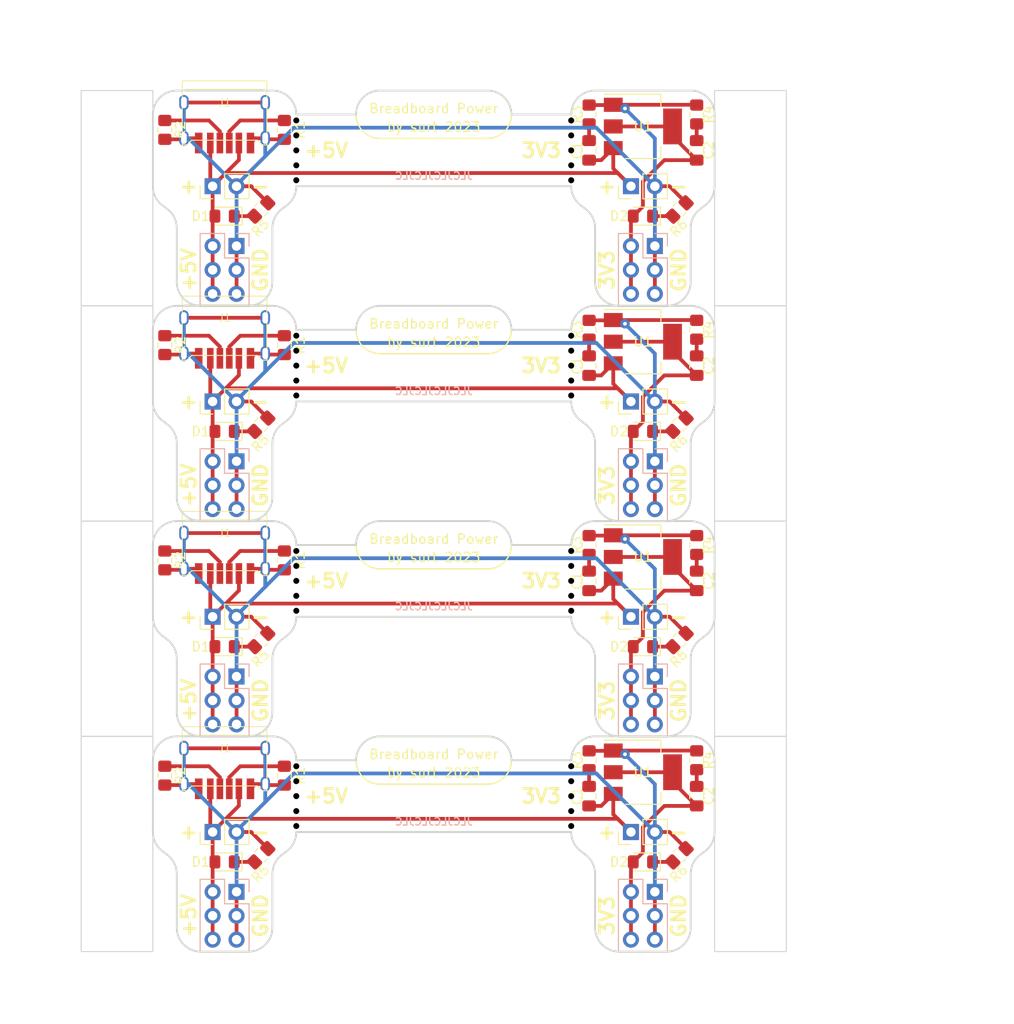
<source format=kicad_pcb>
(kicad_pcb (version 20221018) (generator pcbnew)
  (layers (0 "F.Cu" signal) (31 "B.Cu" signal) (34 "B.Paste" user) (35 "F.Paste" user) (36 "B.SilkS" user "B.Silkscreen") (37 "F.SilkS" user "F.Silkscreen") (38 "B.Mask" user) (39 "F.Mask" user) (44 "Edge.Cuts" user))
  (net 0 "")
  (net 1 "+5V")
  (net 2 "Net-(C1-Pad2)")
  (net 3 "+3V3")
  (net 4 "Net-(C2-Pad2)")
  (net 5 "GND")
  (net 6 "Net-(J1-CC1)")
  (net 7 "Net-(J1-CC2)")
  (net 8 "Net-(D1-K)")
  (net 9 "Net-(D2-K)")
  (footprint "Resistor_SMD:R_0805_2012Metric_Pad1.20x1.40mm_HandSolder" (layer "F.Cu") (at 90.17 148.955 -90)
    (fp_text reference "R1")
    (fp_text value "5.1k")
  )
  (footprint "Resistor_SMD:R_0805_2012Metric_Pad1.20x1.40mm_HandSolder" (layer "F.Cu") (at 122.555 101.6 90)
    (fp_text reference "R3")
    (fp_text value "10R")
  )
  (footprint "Resistor_SMD:R_0805_2012Metric_Pad1.20x1.40mm_HandSolder" (layer "F.Cu") (at 77.47 148.955 -90)
    (fp_text reference "R2")
    (fp_text value "5.1k")
  )
  (footprint "Capacitor_SMD:C_0805_2012Metric_Pad1.18x1.45mm_HandSolder" (layer "F.Cu") (at 133.985 128.270001 90)
    (fp_text reference "C2")
    (fp_text value "10uF")
  )
  (footprint "USB-C-Power-tester:TYPE-C-31-M-17_handsolder" (layer "F.Cu") (at 83.82 100.33 180)
    (fp_text reference "J1")
    (fp_text value "USB_C_Receptacle")
  )
  (footprint "Library:Mouse_Bites_0.2in_offset_holes_only" (layer "F.Cu") (at 120.65 128.27 90)
    (fp_text reference "REF**" hide)
    (fp_text value "Mouse_Bites_0.2in_offset_holes_only" hide)
  )
  (footprint "Resistor_SMD:R_0805_2012Metric_Pad1.20x1.40mm_HandSolder" (layer "F.Cu") (at 87.702107 157.407893 45)
    (fp_text reference "R5")
    (fp_text value "470R")
  )
  (footprint "Resistor_SMD:R_0805_2012Metric_Pad1.20x1.40mm_HandSolder" (layer "F.Cu") (at 133.985 147.32 90)
    (fp_text reference "R4")
    (fp_text value "10R")
  )
  (footprint "Library:Mouse_Bites_0.2in_offset_holes_only" (layer "F.Cu") (at 120.65 82.55 90)
    (fp_text reference "REF**" hide)
    (fp_text value "Mouse_Bites_0.2in_offset_holes_only" hide)
  )
  (footprint "Resistor_SMD:R_0805_2012Metric_Pad1.20x1.40mm_HandSolder" (layer "F.Cu") (at 132.152107 134.547893 45)
    (fp_text reference "R6")
    (fp_text value "330R")
  )
  (footprint "Connector_PinHeader_2.54mm:PinHeader_1x02_P2.54mm_Vertical" (layer "F.Cu") (at 127 154.94 90)
    (fp_text reference "J5" hide)
    (fp_text value "Conn_01x02")
  )
  (footprint "LED_SMD:LED_0805_2012Metric_Pad1.15x1.40mm_HandSolder" (layer "F.Cu") (at 83.82 135.255 180)
    (fp_text reference "D1")
    (fp_text value "LED")
  )
  (footprint "Connector_PinHeader_2.54mm:PinHeader_1x02_P2.54mm_Vertical" (layer "F.Cu") (at 82.55 132.08 90)
    (fp_text reference "J4" hide)
    (fp_text value "Conn_01x02")
  )
  (footprint "Resistor_SMD:R_0805_2012Metric_Pad1.20x1.40mm_HandSolder" (layer "F.Cu") (at 133.985 124.46 90)
    (fp_text reference "R4")
    (fp_text value "10R")
  )
  (footprint "Capacitor_SMD:C_0805_2012Metric_Pad1.18x1.45mm_HandSolder" (layer "F.Cu") (at 133.985 82.550001 90)
    (fp_text reference "C2")
    (fp_text value "10uF")
  )
  (footprint "Library:Mouse_Bites_0.2in_offset_holes_only" (layer "F.Cu") (at 91.44 82.55 90)
    (fp_text reference "REF**" hide)
    (fp_text value "Mouse_Bites_0.2in_offset_holes_only" hide)
  )
  (footprint "Package_TO_SOT_SMD:SOT-223-3_TabPin2" (layer "F.Cu") (at 128.27 102.87)
    (fp_text reference "U1")
    (fp_text value "AMS1117-3.3")
  )
  (footprint "Connector_PinHeader_2.54mm:PinHeader_1x02_P2.54mm_Vertical" (layer "F.Cu") (at 82.55 86.36 90)
    (fp_text reference "J4" hide)
    (fp_text value "Conn_01x02")
  )
  (footprint "Resistor_SMD:R_0805_2012Metric_Pad1.20x1.40mm_HandSolder" (layer "F.Cu") (at 122.555 78.74 90)
    (fp_text reference "R3")
    (fp_text value "10R")
  )
  (footprint "Resistor_SMD:R_0805_2012Metric_Pad1.20x1.40mm_HandSolder" (layer "F.Cu") (at 77.47 103.235 -90)
    (fp_text reference "R2")
    (fp_text value "5.1k")
  )
  (footprint "Library:Mouse_Bites_0.2in_offset_holes_only" (layer "F.Cu") (at 120.65 105.41 90)
    (fp_text reference "REF**" hide)
    (fp_text value "Mouse_Bites_0.2in_offset_holes_only" hide)
  )
  (footprint "USB-C-Power-tester:TYPE-C-31-M-17_handsolder" (layer "F.Cu") (at 83.82 123.19 180)
    (fp_text reference "J1")
    (fp_text value "USB_C_Receptacle")
  )
  (footprint "Package_TO_SOT_SMD:SOT-223-3_TabPin2" (layer "F.Cu") (at 128.27 148.59)
    (fp_text reference "U1")
    (fp_text value "AMS1117-3.3")
  )
  (footprint "Library:Mouse_Bites_0.2in_offset_holes_only" (layer "F.Cu") (at 91.44 128.27 90)
    (fp_text reference "REF**" hide)
    (fp_text value "Mouse_Bites_0.2in_offset_holes_only" hide)
  )
  (footprint "Capacitor_SMD:C_0805_2012Metric_Pad1.18x1.45mm_HandSolder" (layer "F.Cu") (at 133.985 151.130001 90)
    (fp_text reference "C2")
    (fp_text value "10uF")
  )
  (footprint "Resistor_SMD:R_0805_2012Metric_Pad1.20x1.40mm_HandSolder" (layer "F.Cu") (at 90.17 103.235 -90)
    (fp_text reference "R1")
    (fp_text value "5.1k")
  )
  (footprint "Connector_PinHeader_2.54mm:PinHeader_1x02_P2.54mm_Vertical" (layer "F.Cu") (at 127 109.22 90)
    (fp_text reference "J5" hide)
    (fp_text value "Conn_01x02")
  )
  (footprint "Connector_PinHeader_2.54mm:PinHeader_1x02_P2.54mm_Vertical" (layer "F.Cu") (at 82.55 109.22 90)
    (fp_text reference "J4" hide)
    (fp_text value "Conn_01x02")
  )
  (footprint "Library:Mouse_Bites_0.2in_offset_holes_only" (layer "F.Cu") (at 120.65 151.13 90)
    (fp_text reference "REF**" hide)
    (fp_text value "Mouse_Bites_0.2in_offset_holes_only" hide)
  )
  (footprint "Resistor_SMD:R_0805_2012Metric_Pad1.20x1.40mm_HandSolder" (layer "F.Cu") (at 122.555 147.32 90)
    (fp_text reference "R3")
    (fp_text value "10R")
  )
  (footprint "Connector_PinHeader_2.54mm:PinHeader_1x02_P2.54mm_Vertical" (layer "F.Cu") (at 127 86.36 90)
    (fp_text reference "J5" hide)
    (fp_text value "Conn_01x02")
  )
  (footprint "LED_SMD:LED_0805_2012Metric_Pad1.15x1.40mm_HandSolder" (layer "F.Cu") (at 83.82 158.115 180)
    (fp_text reference "D1")
    (fp_text value "LED")
  )
  (footprint "Package_TO_SOT_SMD:SOT-223-3_TabPin2" (layer "F.Cu") (at 128.27 80.01)
    (fp_text reference "U1")
    (fp_text value "AMS1117-3.3")
  )
  (footprint "Capacitor_SMD:C_0805_2012Metric_Pad1.18x1.45mm_HandSolder" (layer "F.Cu") (at 133.985 105.410001 90)
    (fp_text reference "C2")
    (fp_text value "10uF")
  )
  (footprint "USB-C-Power-tester:TYPE-C-31-M-17_handsolder" (layer "F.Cu") (at 83.82 146.05 180)
    (fp_text reference "J1")
    (fp_text value "USB_C_Receptacle")
  )
  (footprint "Resistor_SMD:R_0805_2012Metric_Pad1.20x1.40mm_HandSolder" (layer "F.Cu") (at 133.985 78.74 90)
    (fp_text reference "R4")
    (fp_text value "10R")
  )
  (footprint "Resistor_SMD:R_0805_2012Metric_Pad1.20x1.40mm_HandSolder" (layer "F.Cu") (at 122.555 124.46 90)
    (fp_text reference "R3")
    (fp_text value "10R")
  )
  (footprint "Resistor_SMD:R_0805_2012Metric_Pad1.20x1.40mm_HandSolder" (layer "F.Cu") (at 77.47 80.375 -90)
    (fp_text reference "R2")
    (fp_text value "5.1k")
  )
  (footprint "Library:Mouse_Bites_0.2in_offset_holes_only" (layer "F.Cu") (at 91.44 105.41 90)
    (fp_text reference "REF**" hide)
    (fp_text value "Mouse_Bites_0.2in_offset_holes_only" hide)
  )
  (footprint "Resistor_SMD:R_0805_2012Metric_Pad1.20x1.40mm_HandSolder" (layer "F.Cu") (at 87.702107 88.827893 45)
    (fp_text reference "R5")
    (fp_text value "470R")
  )
  (footprint "Resistor_SMD:R_0805_2012Metric_Pad1.20x1.40mm_HandSolder" (layer "F.Cu") (at 77.47 126.095 -90)
    (fp_text reference "R2")
    (fp_text value "5.1k")
  )
  (footprint "Capacitor_SMD:C_0805_2012Metric_Pad1.18x1.45mm_HandSolder" (layer "F.Cu") (at 122.555 128.27 90)
    (fp_text reference "C1")
    (fp_text value "10uF")
  )
  (footprint "Connector_PinHeader_2.54mm:PinHeader_1x02_P2.54mm_Vertical" (layer "F.Cu") (at 127 132.08 90)
    (fp_text reference "J5" hide)
    (fp_text value "Conn_01x02")
  )
  (footprint "LED_SMD:LED_0805_2012Metric_Pad1.15x1.40mm_HandSolder" (layer "F.Cu") (at 128.27 158.115 180)
    (fp_text reference "D2")
    (fp_text value "LED")
  )
  (footprint "Capacitor_SMD:C_0805_2012Metric_Pad1.18x1.45mm_HandSolder" (layer "F.Cu") (at 122.555 82.55 90)
    (fp_text reference "C1")
    (fp_text value "10uF")
  )
  (footprint "Resistor_SMD:R_0805_2012Metric_Pad1.20x1.40mm_HandSolder" (layer "F.Cu") (at 87.702107 111.687893 45)
    (fp_text reference "R5")
    (fp_text value "470R")
  )
  (footprint "Library:Mouse_Bites_0.2in_offset_holes_only" (layer "F.Cu") (at 91.44 151.13 90)
    (fp_text reference "REF**" hide)
    (fp_text value "Mouse_Bites_0.2in_offset_holes_only" hide)
  )
  (footprint "LED_SMD:LED_0805_2012Metric_Pad1.15x1.40mm_HandSolder" (layer "F.Cu") (at 83.82 89.535 180)
    (fp_text reference "D1")
    (fp_text value "LED")
  )
  (footprint "Capacitor_SMD:C_0805_2012Metric_Pad1.18x1.45mm_HandSolder" (layer "F.Cu") (at 122.555 105.41 90)
    (fp_text reference "C1")
    (fp_text value "10uF")
  )
  (footprint "Capacitor_SMD:C_0805_2012Metric_Pad1.18x1.45mm_HandSolder" (layer "F.Cu") (at 122.555 151.13 90)
    (fp_text reference "C1")
    (fp_text value "10uF")
  )
  (footprint "Resistor_SMD:R_0805_2012Metric_Pad1.20x1.40mm_HandSolder" (layer "F.Cu") (at 87.702107 134.547893 45)
    (fp_text reference "R5")
    (fp_text value "470R")
  )
  (footprint "Resistor_SMD:R_0805_2012Metric_Pad1.20x1.40mm_HandSolder" (layer "F.Cu") (at 132.152107 157.407893 45)
    (fp_text reference "R6")
    (fp_text value "330R")
  )
  (footprint "LED_SMD:LED_0805_2012Metric_Pad1.15x1.40mm_HandSolder" (layer "F.Cu") (at 128.27 112.395 180)
    (fp_text reference "D2")
    (fp_text value "LED")
  )
  (footprint "Resistor_SMD:R_0805_2012Metric_Pad1.20x1.40mm_HandSolder" (layer "F.Cu") (at 132.152107 88.827893 45)
    (fp_text reference "R6")
    (fp_text value "330R")
  )
  (footprint "Resistor_SMD:R_0805_2012Metric_Pad1.20x1.40mm_HandSolder" (layer "F.Cu") (at 133.985 101.6 90)
    (fp_text reference "R4")
    (fp_text value "10R")
  )
  (footprint "Package_TO_SOT_SMD:SOT-223-3_TabPin2" (layer "F.Cu") (at 128.27 125.73)
    (fp_text reference "U1")
    (fp_text value "AMS1117-3.3")
  )
  (footprint "LED_SMD:LED_0805_2012Metric_Pad1.15x1.40mm_HandSolder" (layer "F.Cu") (at 128.27 89.535 180)
    (fp_text reference "D2")
    (fp_text value "LED")
  )
  (footprint "Resistor_SMD:R_0805_2012Metric_Pad1.20x1.40mm_HandSolder" (layer "F.Cu") (at 90.17 80.375 -90)
    (fp_text reference "R1")
    (fp_text value "5.1k")
  )
  (footprint "LED_SMD:LED_0805_2012Metric_Pad1.15x1.40mm_HandSolder" (layer "F.Cu") (at 128.27 135.255 180)
    (fp_text reference "D2")
    (fp_text value "LED")
  )
  (footprint "USB-C-Power-tester:TYPE-C-31-M-17_handsolder" (layer "F.Cu") (at 83.82 77.47 180)
    (fp_text reference "J1")
    (fp_text value "USB_C_Receptacle")
  )
  (footprint "Resistor_SMD:R_0805_2012Metric_Pad1.20x1.40mm_HandSolder" (layer "F.Cu") (at 132.152107 111.687893 45)
    (fp_text reference "R6")
    (fp_text value "330R")
  )
  (footprint "LED_SMD:LED_0805_2012Metric_Pad1.15x1.40mm_HandSolder" (layer "F.Cu") (at 83.82 112.395 180)
    (fp_text reference "D1")
    (fp_text value "LED")
  )
  (footprint "Connector_PinHeader_2.54mm:PinHeader_1x02_P2.54mm_Vertical" (layer "F.Cu") (at 82.55 154.94 90)
    (fp_text reference "J4" hide)
    (fp_text value "Conn_01x02")
  )
  (footprint "Resistor_SMD:R_0805_2012Metric_Pad1.20x1.40mm_HandSolder" (layer "F.Cu") (at 90.17 126.095 -90)
    (fp_text reference "R1")
    (fp_text value "5.1k")
  )
  (footprint "Connector_PinHeader_2.54mm:PinHeader_2x03_P2.54mm_Vertical" (layer "B.Cu") (at 85.09 92.71 180)
    (fp_text reference "J2" hide)
    (fp_text value "Conn_02x03_Counter_Clockwise")
  )
  (footprint "Connector_PinHeader_2.54mm:PinHeader_2x03_P2.54mm_Vertical" (layer "B.Cu") (at 85.09 138.43 180)
    (fp_text reference "J2" hide)
    (fp_text value "Conn_02x03_Counter_Clockwise")
  )
  (footprint "Connector_PinHeader_2.54mm:PinHeader_2x03_P2.54mm_Vertical" (layer "B.Cu") (at 85.09 161.29 180)
    (fp_text reference "J2" hide)
    (fp_text value "Conn_02x03_Counter_Clockwise")
  )
  (footprint "Connector_PinHeader_2.54mm:PinHeader_2x03_P2.54mm_Vertical" (layer "B.Cu") (at 129.54 92.71 180)
    (fp_text reference "J3" hide)
    (fp_text value "Conn_02x03_Counter_Clockwise")
  )
  (footprint "Connector_PinHeader_2.54mm:PinHeader_2x03_P2.54mm_Vertical" (layer "B.Cu") (at 129.54 115.57 180)
    (fp_text reference "J3" hide)
    (fp_text value "Conn_02x03_Counter_Clockwise")
  )
  (footprint "Connector_PinHeader_2.54mm:PinHeader_2x03_P2.54mm_Vertical" (layer "B.Cu") (at 129.54 161.29 180)
    (fp_text reference "J3" hide)
    (fp_text value "Conn_02x03_Counter_Clockwise")
  )
  (footprint "Connector_PinHeader_2.54mm:PinHeader_2x03_P2.54mm_Vertical" (layer "B.Cu") (at 85.09 115.57 180)
    (fp_text reference "J2" hide)
    (fp_text value "Conn_02x03_Counter_Clockwise")
  )
  (footprint "Connector_PinHeader_2.54mm:PinHeader_2x03_P2.54mm_Vertical" (layer "B.Cu") (at 129.54 138.43 180)
    (fp_text reference "J3" hide)
    (fp_text value "Conn_02x03_Counter_Clockwise")
  )
  (gr_arc (start 100.33 127) (mid 98.533949 126.256051) (end 97.79 124.46) (stroke (width 0.15)) (layer "F.SilkS"))
  (gr_arc (start 114.3 78.74) (mid 113.556051 80.536051) (end 111.76 81.28) (stroke (width 0.15)) (layer "F.SilkS"))
  (gr_arc (start 100.33 81.28) (mid 98.533949 80.536051) (end 97.79 78.74) (stroke (width 0.15)) (layer "F.SilkS"))
  (gr_arc (start 100.33 104.14) (mid 98.533949 103.396051) (end 97.79 101.6) (stroke (width 0.15)) (layer "F.SilkS"))
  (gr_line (start 111.76 81.28) (end 100.33 81.28) (stroke (width 0.15)) (layer "F.SilkS"))
  (gr_arc (start 100.33 149.86) (mid 98.533949 149.116051) (end 97.79 147.32) (stroke (width 0.15)) (layer "F.SilkS"))
  (gr_arc (start 114.3 124.46) (mid 113.556051 126.256051) (end 111.76 127) (stroke (width 0.15)) (layer "F.SilkS"))
  (gr_arc (start 114.3 147.32) (mid 113.556051 149.116051) (end 111.76 149.86) (stroke (width 0.15)) (layer "F.SilkS"))
  (gr_line (start 111.76 149.86) (end 100.33 149.86) (stroke (width 0.15)) (layer "F.SilkS"))
  (gr_line (start 111.76 127) (end 100.33 127) (stroke (width 0.15)) (layer "F.SilkS"))
  (gr_arc (start 114.3 101.6) (mid 113.556051 103.396051) (end 111.76 104.14) (stroke (width 0.15)) (layer "F.SilkS"))
  (gr_line (start 111.76 104.14) (end 100.33 104.14) (stroke (width 0.15)) (layer "F.SilkS"))
  (gr_arc (start 88.9 76.2) (mid 90.696051 76.943949) (end 91.44 78.74) (stroke (width 0.2)) (layer "Edge.Cuts"))
  (gr_line (start 120.65 154.94) (end 91.44 154.94) (stroke (width 0.2)) (layer "Edge.Cuts"))
  (gr_line (start 90.308938 88.473408) (end 90.031062 88.691592) (stroke (width 0.2)) (layer "Edge.Cuts"))
  (gr_arc (start 121.781062 157.053408) (mid 120.950547 156.138519) (end 120.65 154.94) (stroke (width 0.2)) (layer "Edge.Cuts"))
  (gr_line (start 88.9 90.805) (end 88.9 96.52) (stroke (width 0.2)) (layer "Edge.Cuts"))
  (gr_line (start 135.89 124.46) (end 135.89 132.08) (stroke (width 0.2)) (layer "Edge.Cuts"))
  (gr_line (start 120.65 132.08) (end 91.44 132.08) (stroke (width 0.2)) (layer "Edge.Cuts"))
  (gr_arc (start 91.44 109.22) (mid 91.139453 110.418519) (end 90.308938 111.333408) (stroke (width 0.2)) (layer "Edge.Cuts"))
  (gr_line (start 130.81 99.06) (end 125.73 99.06) (stroke (width 0.2)) (layer "Edge.Cuts"))
  (gr_line (start 78.74 99.06) (end 88.9 99.06) (stroke (width 0.2)) (layer "Edge.Cuts"))
  (gr_arc (start 133.35 159.385) (mid 133.650547 158.186481) (end 134.481062 157.271592) (stroke (width 0.2)) (layer "Edge.Cuts"))
  (gr_line (start 123.19 144.78) (end 133.35 144.78) (stroke (width 0.2)) (layer "Edge.Cuts"))
  (gr_line (start 77.608938 157.271592) (end 77.331062 157.053408) (stroke (width 0.2)) (layer "Edge.Cuts"))
  (gr_arc (start 97.79 147.32) (mid 98.533949 145.523949) (end 100.33 144.78) (stroke (width 0.2)) (layer "Edge.Cuts"))
  (gr_arc (start 133.35 119.38) (mid 132.606051 121.176051) (end 130.81 121.92) (stroke (width 0.2)) (layer "Edge.Cuts"))
  (gr_line (start 78.74 76.2) (end 88.9 76.2) (stroke (width 0.2)) (layer "Edge.Cuts"))
  (gr_arc (start 135.89 86.36) (mid 135.589453 87.558519) (end 134.758938 88.473408) (stroke (width 0.2)) (layer "Edge.Cuts"))
  (gr_line (start 133.35 90.805) (end 133.35 96.52) (stroke (width 0.2)) (layer "Edge.Cuts"))
  (gr_arc (start 120.65 101.6) (mid 121.393949 99.803949) (end 123.19 99.06) (stroke (width 0.2)) (layer "Edge.Cuts"))
  (gr_arc (start 111.76 76.2) (mid 113.556051 76.943949) (end 114.3 78.74) (stroke (width 0.2)) (layer "Edge.Cuts"))
  (gr_arc (start 81.28 167.64) (mid 79.483949 166.896051) (end 78.74 165.1) (stroke (width 0.2)) (layer "Edge.Cuts"))
  (gr_arc (start 133.35 121.92) (mid 135.146051 122.663949) (end 135.89 124.46) (stroke (width 0.2)) (layer "Edge.Cuts"))
  (gr_rect (start 135.89 99.06) (end 143.51 121.92) (stroke (width 0.1)) (fill none) (layer "Edge.Cuts"))
  (gr_arc (start 121.781062 111.333408) (mid 120.950547 110.418519) (end 120.65 109.22) (stroke (width 0.2)) (layer "Edge.Cuts"))
  (gr_line (start 134.758938 88.473408) (end 134.481062 88.691592) (stroke (width 0.2)) (layer "Edge.Cuts"))
  (gr_rect (start 68.58 76.2) (end 76.2 99.06) (stroke (width 0.1)) (fill none) (layer "Edge.Cuts"))
  (gr_line (start 78.74 136.525) (end 78.74 142.24) (stroke (width 0.2)) (layer "Edge.Cuts"))
  (gr_line (start 76.2 124.46) (end 76.2 132.08) (stroke (width 0.2)) (layer "Edge.Cuts"))
  (gr_line (start 91.44 101.6) (end 97.79 101.6) (stroke (width 0.2)) (layer "Edge.Cuts"))
  (gr_arc (start 122.058938 157.271592) (mid 122.889453 158.186481) (end 123.19 159.385) (stroke (width 0.2)) (layer "Edge.Cuts"))
  (gr_arc (start 88.9 136.525) (mid 89.200547 135.326481) (end 90.031062 134.411592) (stroke (width 0.2)) (layer "Edge.Cuts"))
  (gr_arc (start 76.2 147.32) (mid 76.943949 145.523949) (end 78.74 144.78) (stroke (width 0.2)) (layer "Edge.Cuts"))
  (gr_arc (start 77.331062 157.053408) (mid 76.500547 156.138519) (end 76.2 154.94) (stroke (width 0.2)) (layer "Edge.Cuts"))
  (gr_arc (start 88.9 99.06) (mid 90.696051 99.803949) (end 91.44 101.6) (stroke (width 0.2)) (layer "Edge.Cuts"))
  (gr_arc (start 120.65 124.46) (mid 121.393949 122.663949) (end 123.19 121.92) (stroke (width 0.2)) (layer "Edge.Cuts"))
  (gr_line (start 122.058938 88.691592) (end 121.781062 88.473408) (stroke (width 0.2)) (layer "Edge.Cuts"))
  (gr_line (start 122.058938 157.271592) (end 121.781062 157.053408) (stroke (width 0.2)) (layer "Edge.Cuts"))
  (gr_arc (start 133.35 144.78) (mid 135.146051 145.523949) (end 135.89 147.32) (stroke (width 0.2)) (layer "Edge.Cuts"))
  (gr_line (start 91.44 124.46) (end 97.79 124.46) (stroke (width 0.2)) (layer "Edge.Cuts"))
  (gr_line (start 135.89 101.6) (end 135.89 109.22) (stroke (width 0.2)) (layer "Edge.Cuts"))
  (gr_arc (start 97.79 101.6) (mid 98.533949 99.803949) (end 100.33 99.06) (stroke (width 0.2)) (layer "Edge.Cuts"))
  (gr_arc (start 76.2 78.74) (mid 76.943949 76.943949) (end 78.74 76.2) (stroke (width 0.2)) (layer "Edge.Cuts"))
  (gr_arc (start 133.35 136.525) (mid 133.650547 135.326481) (end 134.481062 134.411592) (stroke (width 0.2)) (layer "Edge.Cuts"))
  (gr_arc (start 77.331062 134.193408) (mid 76.500547 133.278519) (end 76.2 132.08) (stroke (width 0.2)) (layer "Edge.Cuts"))
  (gr_line (start 133.35 136.525) (end 133.35 142.24) (stroke (width 0.2)) (layer "Edge.Cuts"))
  (gr_arc (start 125.73 121.92) (mid 123.933949 121.176051) (end 123.19 119.38) (stroke (width 0.2)) (layer "Edge.Cuts"))
  (gr_arc (start 125.73 99.06) (mid 123.933949 98.316051) (end 123.19 96.52) (stroke (width 0.2)) (layer "Edge.Cuts"))
  (gr_rect (start 135.89 144.78) (end 143.51 167.64) (stroke (width 0.1)) (fill none) (layer "Edge.Cuts"))
  (gr_line (start 123.19 113.665) (end 123.19 119.38) (stroke (width 0.2)) (layer "Edge.Cuts"))
  (gr_line (start 100.33 144.78) (end 111.76 144.78) (stroke (width 0.2)) (layer "Edge.Cuts"))
  (gr_line (start 78.74 144.78) (end 88.9 144.78) (stroke (width 0.2)) (layer "Edge.Cuts"))
  (gr_rect (start 68.58 144.78) (end 76.2 167.64) (stroke (width 0.1)) (fill none) (layer "Edge.Cuts"))
  (gr_line (start 77.608938 111.551592) (end 77.331062 111.333408) (stroke (width 0.2)) (layer "Edge.Cuts"))
  (gr_arc (start 125.73 167.64) (mid 123.933949 166.896051) (end 123.19 165.1) (stroke (width 0.2)) (layer "Edge.Cuts"))
  (gr_arc (start 77.608938 111.551592) (mid 78.439453 112.466481) (end 78.74 113.665) (stroke (width 0.2)) (layer "Edge.Cuts"))
  (gr_line (start 120.65 86.36) (end 91.44 86.36) (stroke (width 0.2)) (layer "Edge.Cuts"))
  (gr_rect (start 135.89 76.2) (end 143.51 99.06) (stroke (width 0.1)) (fill none) (layer "Edge.Cuts"))
  (gr_arc (start 120.65 78.74) (mid 121.393949 76.943949) (end 123.19 76.2) (stroke (width 0.2)) (layer "Edge.Cuts"))
  (gr_arc (start 88.9 159.385) (mid 89.200547 158.186481) (end 90.031062 157.271592) (stroke (width 0.2)) (layer "Edge.Cuts"))
  (gr_line (start 77.608938 134.411592) (end 77.331062 134.193408) (stroke (width 0.2)) (layer "Edge.Cuts"))
  (gr_arc (start 76.2 124.46) (mid 76.943949 122.663949) (end 78.74 121.92) (stroke (width 0.2)) (layer "Edge.Cuts"))
  (gr_line (start 123.19 90.805) (end 123.19 96.52) (stroke (width 0.2)) (layer "Edge.Cuts"))
  (gr_line (start 123.19 159.385) (end 123.19 165.1) (stroke (width 0.2)) (layer "Edge.Cuts"))
  (gr_arc (start 133.35 142.24) (mid 132.606051 144.036051) (end 130.81 144.78) (stroke (width 0.2)) (layer "Edge.Cuts"))
  (gr_line (start 86.36 144.78) (end 81.28 144.78) (stroke (width 0.2)) (layer "Edge.Cuts"))
  (gr_arc (start 125.73 144.78) (mid 123.933949 144.036051) (end 123.19 142.24) (stroke (width 0.2)) (layer "Edge.Cuts"))
  (gr_arc (start 88.9 142.24) (mid 88.156051 144.036051) (end 86.36 144.78) (stroke (width 0.2)) (layer "Edge.Cuts"))
  (gr_line (start 90.308938 111.333408) (end 90.031062 111.551592) (stroke (width 0.2)) (layer "Edge.Cuts"))
  (gr_arc (start 76.2 101.6) (mid 76.943949 99.803949) (end 78.74 99.06) (stroke (width 0.2)) (layer "Edge.Cuts"))
  (gr_arc (start 122.058938 88.691592) (mid 122.889453 89.606481) (end 123.19 90.805) (stroke (width 0.2)) (layer "Edge.Cuts"))
  (gr_line (start 86.36 167.64) (end 81.28 167.64) (stroke (width 0.2)) (layer "Edge.Cuts"))
  (gr_arc (start 133.35 99.06) (mid 135.146051 99.803949) (end 135.89 101.6) (stroke (width 0.2)) (layer "Edge.Cuts"))
  (gr_arc (start 133.35 113.665) (mid 133.650547 112.466481) (end 134.481062 111.551592) (stroke (width 0.2)) (layer "Edge.Cuts"))
  (gr_arc (start 133.35 76.2) (mid 135.146051 76.943949) (end 135.89 78.74) (stroke (width 0.2)) (layer "Edge.Cuts"))
  (gr_line (start 114.3 78.74) (end 120.65 78.74) (stroke (width 0.2)) (layer "Edge.Cuts"))
  (gr_arc (start 133.35 90.805) (mid 133.650547 89.606481) (end 134.481062 88.691592) (stroke (width 0.2)) (layer "Edge.Cuts"))
  (gr_line (start 122.058938 134.411592) (end 121.781062 134.193408) (stroke (width 0.2)) (layer "Edge.Cuts"))
  (gr_arc (start 77.608938 157.271592) (mid 78.439453 158.186481) (end 78.74 159.385) (stroke (width 0.2)) (layer "Edge.Cuts"))
  (gr_arc (start 135.89 132.08) (mid 135.589453 133.278519) (end 134.758938 134.193408) (stroke (width 0.2)) (layer "Edge.Cuts"))
  (gr_arc (start 88.9 96.52) (mid 88.156051 98.316051) (end 86.36 99.06) (stroke (width 0.2)) (layer "Edge.Cuts"))
  (gr_line (start 88.9 136.525) (end 88.9 142.24) (stroke (width 0.2)) (layer "Edge.Cuts"))
  (gr_arc (start 122.058938 111.551592) (mid 122.889453 112.466481) (end 123.19 113.665) (stroke (width 0.2)) (layer "Edge.Cuts"))
  (gr_arc (start 81.28 99.06) (mid 79.483949 98.316051) (end 78.74 96.52) (stroke (width 0.2)) (layer "Edge.Cuts"))
  (gr_line (start 123.19 121.92) (end 133.35 121.92) (stroke (width 0.2)) (layer "Edge.Cuts"))
  (gr_line (start 78.74 113.665) (end 78.74 119.38) (stroke (width 0.2)) (layer "Edge.Cuts"))
  (gr_line (start 114.3 147.32) (end 120.65 147.32) (stroke (width 0.2)) (layer "Edge.Cuts"))
  (gr_arc (start 77.608938 134.411592) (mid 78.439453 135.326481) (end 78.74 136.525) (stroke (width 0.2)) (layer "Edge.Cuts"))
  (gr_line (start 135.89 78.74) (end 135.89 86.36) (stroke (width 0.2)) (layer "Edge.Cuts"))
  (gr_line (start 135.89 147.32) (end 135.89 154.94) (stroke (width 0.2)) (layer "Edge.Cuts"))
  (gr_rect (start 68.58 121.92) (end 76.2 144.78) (stroke (width 0.1)) (fill none) (layer "Edge.Cuts"))
  (gr_rect (start 135.89 121.92) (end 143.51 144.78) (stroke (width 0.1)) (fill none) (layer "Edge.Cuts"))
  (gr_arc (start 88.9 165.1) (mid 88.156051 166.896051) (end 86.36 167.64) (stroke (width 0.2)) (layer "Edge.Cuts"))
  (gr_arc (start 88.9 121.92) (mid 90.696051 122.663949) (end 91.44 124.46) (stroke (width 0.2)) (layer "Edge.Cuts"))
  (gr_arc (start 91.44 86.36) (mid 91.139453 87.558519) (end 90.308938 88.473408) (stroke (width 0.2)) (layer "Edge.Cuts"))
  (gr_arc (start 133.35 96.52) (mid 132.606051 98.316051) (end 130.81 99.06) (stroke (width 0.2)) (layer "Edge.Cuts"))
  (gr_arc (start 88.9 113.665) (mid 89.200547 112.466481) (end 90.031062 111.551592) (stroke (width 0.2)) (layer "Edge.Cuts"))
  (gr_line (start 114.3 101.6) (end 120.65 101.6) (stroke (width 0.2)) (layer "Edge.Cuts"))
  (gr_line (start 130.81 167.64) (end 125.73 167.64) (stroke (width 0.2)) (layer "Edge.Cuts"))
  (gr_line (start 123.19 99.06) (end 133.35 99.06) (stroke (width 0.2)) (layer "Edge.Cuts"))
  (gr_line (start 76.2 78.74) (end 76.2 86.36) (stroke (width 0.2)) (layer "Edge.Cuts"))
  (gr_line (start 134.758938 111.333408) (end 134.481062 111.551592) (stroke (width 0.2)) (layer "Edge.Cuts"))
  (gr_arc (start 81.28 144.78) (mid 79.483949 144.036051) (end 78.74 142.24) (stroke (width 0.2)) (layer "Edge.Cuts"))
  (gr_line (start 86.36 121.92) (end 81.28 121.92) (stroke (width 0.2)) (layer "Edge.Cuts"))
  (gr_line (start 134.758938 134.193408) (end 134.481062 134.411592) (stroke (width 0.2)) (layer "Edge.Cuts"))
  (gr_arc (start 91.44 132.08) (mid 91.139453 133.278519) (end 90.308938 134.193408) (stroke (width 0.2)) (layer "Edge.Cuts"))
  (gr_line (start 78.74 159.385) (end 78.74 165.1) (stroke (width 0.2)) (layer "Edge.Cuts"))
  (gr_line (start 100.33 76.2) (end 111.76 76.2) (stroke (width 0.2)) (layer "Edge.Cuts"))
  (gr_arc (start 97.79 78.74) (mid 98.533949 76.943949) (end 100.33 76.2) (stroke (width 0.2)) (layer "Edge.Cuts"))
  (gr_line (start 130.81 144.78) (end 125.73 144.78) (stroke (width 0.2)) (layer "Edge.Cuts"))
  (gr_line (start 134.758938 157.053408) (end 134.481062 157.271592) (stroke (width 0.2)) (layer "Edge.Cuts"))
  (gr_arc (start 88.9 90.805) (mid 89.200547 89.606481) (end 90.031062 88.691592) (stroke (width 0.2)) (layer "Edge.Cuts"))
  (gr_arc (start 88.9 144.78) (mid 90.696051 145.523949) (end 91.44 147.32) (stroke (width 0.2)) (layer "Edge.Cuts"))
  (gr_line (start 123.19 136.525) (end 123.19 142.24) (stroke (width 0.2)) (layer "Edge.Cuts"))
  (gr_line (start 91.44 78.74) (end 97.79 78.74) (stroke (width 0.2)) (layer "Edge.Cuts"))
  (gr_line (start 114.3 124.46) (end 120.65 124.46) (stroke (width 0.2)) (layer "Edge.Cuts"))
  (gr_arc (start 77.331062 88.473408) (mid 76.500547 87.558519) (end 76.2 86.36) (stroke (width 0.2)) (layer "Edge.Cuts"))
  (gr_arc (start 133.35 165.1) (mid 132.606051 166.896051) (end 130.81 167.64) (stroke (width 0.2)) (layer "Edge.Cuts"))
  (gr_line (start 133.35 113.665) (end 133.35 119.38) (stroke (width 0.2)) (layer "Edge.Cuts"))
  (gr_arc (start 77.608938 88.691592) (mid 78.439453 89.606481) (end 78.74 90.805) (stroke (width 0.2)) (layer "Edge.Cuts"))
  (gr_line (start 100.33 99.06) (end 111.76 99.06) (stroke (width 0.2)) (layer "Edge.Cuts"))
  (gr_line (start 88.9 159.385) (end 88.9 165.1) (stroke (width 0.2)) (layer "Edge.Cuts"))
  (gr_line (start 90.308938 157.053408) (end 90.031062 157.271592) (stroke (width 0.2)) (layer "Edge.Cuts"))
  (gr_arc (start 111.76 121.92) (mid 113.556051 122.663949) (end 114.3 124.46) (stroke (width 0.2)) (layer "Edge.Cuts"))
  (gr_arc (start 97.79 124.46) (mid 98.533949 122.663949) (end 100.33 121.92) (stroke (width 0.2)) (layer "Edge.Cuts"))
  (gr_arc (start 135.89 154.94) (mid 135.589453 156.138519) (end 134.758938 157.053408) (stroke (width 0.2)) (layer "Edge.Cuts"))
  (gr_line (start 100.33 121.92) (end 111.76 121.92) (stroke (width 0.2)) (layer "Edge.Cuts"))
  (gr_line (start 76.2 101.6) (end 76.2 109.22) (stroke (width 0.2)) (layer "Edge.Cuts"))
  (gr_arc (start 121.781062 134.193408) (mid 120.950547 133.278519) (end 120.65 132.08) (stroke (width 0.2)) (layer "Edge.Cuts"))
  (gr_line (start 91.44 147.32) (end 97.79 147.32) (stroke (width 0.2)) (layer "Edge.Cuts"))
  (gr_arc (start 91.44 154.94) (mid 91.139453 156.138519) (end 90.308938 157.053408) (stroke (width 0.2)) (layer "Edge.Cuts"))
  (gr_arc (start 77.331062 111.333408) (mid 76.500547 110.418519) (end 76.2 109.22) (stroke (width 0.2)) (layer "Edge.Cuts"))
  (gr_line (start 130.81 121.92) (end 125.73 121.92) (stroke (width 0.2)) (layer "Edge.Cuts"))
  (gr_line (start 76.2 147.32) (end 76.2 154.94) (stroke (width 0.2)) (layer "Edge.Cuts"))
  (gr_line (start 86.36 99.06) (end 81.28 99.06) (stroke (width 0.2)) (layer "Edge.Cuts"))
  (gr_arc (start 135.89 109.22) (mid 135.589453 110.418519) (end 134.758938 111.333408) (stroke (width 0.2)) (layer "Edge.Cuts"))
  (gr_arc (start 111.76 144.78) (mid 113.556051 145.523949) (end 114.3 147.32) (stroke (width 0.2)) (layer "Edge.Cuts"))
  (gr_line (start 88.9 113.665) (end 88.9 119.38) (stroke (width 0.2)) (layer "Edge.Cuts"))
  (gr_line (start 78.74 121.92) (end 88.9 121.92) (stroke (width 0.2)) (layer "Edge.Cuts"))
  (gr_arc (start 88.9 119.38) (mid 88.156051 121.176051) (end 86.36 121.92) (stroke (width 0.2)) (layer "Edge.Cuts"))
  (gr_arc (start 120.65 147.32) (mid 121.393949 145.523949) (end 123.19 144.78) (stroke (width 0.2)) (layer "Edge.Cuts"))
  (gr_arc (start 111.76 99.06) (mid 113.556051 99.803949) (end 114.3 101.6) (stroke (width 0.2)) (layer "Edge.Cuts"))
  (gr_arc (start 121.781062 88.473408) (mid 120.950547 87.558519) (end 120.65 86.36) (stroke (width 0.2)) (layer "Edge.Cuts"))
  (gr_line (start 122.058938 111.551592) (end 121.781062 111.333408) (stroke (width 0.2)) (layer "Edge.Cuts"))
  (gr_line (start 123.19 76.2) (end 133.35 76.2) (stroke (width 0.2)) (layer "Edge.Cuts"))
  (gr_line (start 78.74 90.805) (end 78.74 96.52) (stroke (width 0.2)) (layer "Edge.Cuts"))
  (gr_rect (start 68.58 99.06) (end 76.2 121.92) (stroke (width 0.1)) (fill none) (layer "Edge.Cuts"))
  (gr_line (start 90.308938 134.193408) (end 90.031062 134.411592) (stroke (width 0.2)) (layer "Edge.Cuts"))
  (gr_line (start 120.65 109.22) (end 91.44 109.22) (stroke (width 0.2)) (layer "Edge.Cuts"))
  (gr_arc (start 122.058938 134.411592) (mid 122.889453 135.326481) (end 123.19 136.525) (stroke (width 0.2)) (layer "Edge.Cuts"))
  (gr_line (start 77.608938 88.691592) (end 77.331062 88.473408) (stroke (width 0.2)) (layer "Edge.Cuts"))
  (gr_arc (start 81.28 121.92) (mid 79.483949 121.176051) (end 78.74 119.38) (stroke (width 0.2)) (layer "Edge.Cuts"))
  (gr_line (start 133.35 159.385) (end 133.35 165.1) (stroke (width 0.2)) (layer "Edge.Cuts"))
  (gr_text "JLCJLCJLCJLC" (at 106.045 108.585) (layer "B.SilkS") (effects (font (size 0.8 0.8)) (justify bottom mirror)))
  (gr_text "JLCJLCJLCJLC" (at 106.045 131.445) (layer "B.SilkS") (effects (font (size 0.8 0.8)) (justify bottom mirror)))
  (gr_text "JLCJLCJLCJLC" (at 106.045 154.305) (layer "B.SilkS") (effects (font (size 0.8 0.8)) (justify bottom mirror)))
  (gr_text "JLCJLCJLCJLC" (at 106.045 85.725) (layer "B.SilkS") (effects (font (size 0.8 0.8)) (justify bottom mirror)))
  (gr_text "+" (at 80.01 109.22) (layer "F.SilkS") (effects (font (size 1.5 1.5) (thickness 0.3) bold) (justify mirror)))
  (gr_text "GND" (at 87.63 95.25 90) (layer "F.SilkS") (effects (font (size 1.5 1.5) (thickness 0.3) bold)))
  (gr_text "3V3" (at 117.475 105.41) (layer "F.SilkS") (effects (font (size 1.5 1.5) (thickness 0.3) bold)))
  (gr_text "+5V" (at 94.615 82.55) (layer "F.SilkS") (effects (font (size 1.5 1.5) (thickness 0.3) bold)))
  (gr_text "+" (at 124.46 86.36) (layer "F.SilkS") (effects (font (size 1.5 1.5) (thickness 0.3) bold) (justify mirror)))
  (gr_text "GND" (at 132.08 140.97 90) (layer "F.SilkS") (effects (font (size 1.5 1.5) (thickness 0.3) bold)))
  (gr_text "GND" (at 132.08 95.25 90) (layer "F.SilkS") (effects (font (size 1.5 1.5) (thickness 0.3) bold)))
  (gr_text "-" (at 87.63 109.22) (layer "F.SilkS") (effects (font (size 1.5 1.5) (thickness 0.3) bold) (justify mirror)))
  (gr_text "-" (at 132.08 109.22) (layer "F.SilkS") (effects (font (size 1.5 1.5) (thickness 0.3) bold) (justify mirror)))
  (gr_text "Breadboard Power" (at 106.045 100.965) (layer "F.SilkS") (effects (font (size 1 1))))
  (gr_text "3V3" (at 124.46 118.11 90) (layer "F.SilkS") (effects (font (size 1.5 1.5) (thickness 0.3) bold)))
  (gr_text "GND" (at 87.63 140.97 90) (layer "F.SilkS") (effects (font (size 1.5 1.5) (thickness 0.3) bold)))
  (gr_text "-" (at 132.08 132.08) (layer "F.SilkS") (effects (font (size 1.5 1.5) (thickness 0.3) bold) (justify mirror)))
  (gr_text "Breadboard Power" (at 106.045 78.105) (layer "F.SilkS") (effects (font (size 1 1))))
  (gr_text "3V3" (at 124.46 163.83 90) (layer "F.SilkS") (effects (font (size 1.5 1.5) (thickness 0.3) bold)))
  (gr_text "3V3" (at 117.475 128.27) (layer "F.SilkS") (effects (font (size 1.5 1.5) (thickness 0.3) bold)))
  (gr_text "by surt 2023" (at 106.045 80.645) (layer "F.SilkS") (effects (font (size 1 1)) (justify bottom)))
  (gr_text "+5V" (at 80.01 118.11 90) (layer "F.SilkS") (effects (font (size 1.5 1.5) (thickness 0.3) bold)))
  (gr_text "GND" (at 132.08 118.11 90) (layer "F.SilkS") (effects (font (size 1.5 1.5) (thickness 0.3) bold)))
  (gr_text "Breadboard Power" (at 106.045 123.825) (layer "F.SilkS") (effects (font (size 1 1))))
  (gr_text "+5V" (at 80.01 95.25 90) (layer "F.SilkS") (effects (font (size 1.5 1.5) (thickness 0.3) bold)))
  (gr_text "-" (at 132.08 86.36) (layer "F.SilkS") (effects (font (size 1.5 1.5) (thickness 0.3) bold) (justify mirror)))
  (gr_text "3V3" (at 124.46 140.97 90) (layer "F.SilkS") (effects (font (size 1.5 1.5) (thickness 0.3) bold)))
  (gr_text "+" (at 124.46 154.94) (layer "F.SilkS") (effects (font (size 1.5 1.5) (thickness 0.3) bold) (justify mirror)))
  (gr_text "+" (at 124.46 132.08) (layer "F.SilkS") (effects (font (size 1.5 1.5) (thickness 0.3) bold) (justify mirror)))
  (gr_text "+5V" (at 80.01 140.97 90) (layer "F.SilkS") (effects (font (size 1.5 1.5) (thickness 0.3) bold)))
  (gr_text "Breadboard Power" (at 106.045 146.685) (layer "F.SilkS") (effects (font (size 1 1))))
  (gr_text "GND" (at 87.63 118.11 90) (layer "F.SilkS") (effects (font (size 1.5 1.5) (thickness 0.3) bold)))
  (gr_text "+5V" (at 94.615 105.41) (layer "F.SilkS") (effects (font (size 1.5 1.5) (thickness 0.3) bold)))
  (gr_text "GND" (at 87.63 163.83 90) (layer "F.SilkS") (effects (font (size 1.5 1.5) (thickness 0.3) bold)))
  (gr_text "+5V" (at 94.615 151.13) (layer "F.SilkS") (effects (font (size 1.5 1.5) (thickness 0.3) bold)))
  (gr_text "by surt 2023" (at 106.045 126.365) (layer "F.SilkS") (effects (font (size 1 1)) (justify bottom)))
  (gr_text "-" (at 132.08 154.94) (layer "F.SilkS") (effects (font (size 1.5 1.5) (thickness 0.3) bold) (justify mirror)))
  (gr_text "-" (at 87.63 132.08) (layer "F.SilkS") (effects (font (size 1.5 1.5) (thickness 0.3) bold) (justify mirror)))
  (gr_text "+" (at 80.01 132.08) (layer "F.SilkS") (effects (font (size 1.5 1.5) (thickness 0.3) bold) (justify mirror)))
  (gr_text "+" (at 124.46 109.22) (layer "F.SilkS") (effects (font (size 1.5 1.5) (thickness 0.3) bold) (justify mirror)))
  (gr_text "3V3" (at 117.475 151.13) (layer "F.SilkS") (effects (font (size 1.5 1.5) (thickness 0.3) bold)))
  (gr_text "+" (at 80.01 154.94) (layer "F.SilkS") (effects (font (size 1.5 1.5) (thickness 0.3) bold) (justify mirror)))
  (gr_text "+" (at 80.01 86.36) (layer "F.SilkS") (effects (font (size 1.5 1.5) (thickness 0.3) bold) (justify mirror)))
  (gr_text "3V3" (at 117.475 82.55) (layer "F.SilkS") (effects (font (size 1.5 1.5) (thickness 0.3) bold)))
  (gr_text "+5V" (at 80.01 163.83 90) (layer "F.SilkS") (effects (font (size 1.5 1.5) (thickness 0.3) bold)))
  (gr_text "+5V" (at 94.615 128.27) (layer "F.SilkS") (effects (font (size 1.5 1.5) (thickness 0.3) bold)))
  (gr_text "-" (at 87.63 86.36) (layer "F.SilkS") (effects (font (size 1.5 1.5) (thickness 0.3) bold) (justify mirror)))
  (gr_text "GND" (at 132.08 163.83 90) (layer "F.SilkS") (effects (font (size 1.5 1.5) (thickness 0.3) bold)))
  (gr_text "by surt 2023" (at 106.045 103.505) (layer "F.SilkS") (effects (font (size 1 1)) (justify bottom)))
  (gr_text "-" (at 87.63 154.94) (layer "F.SilkS") (effects (font (size 1.5 1.5) (thickness 0.3) bold) (justify mirror)))
  (gr_text "3V3" (at 124.46 95.25 90) (layer "F.SilkS") (effects (font (size 1.5 1.5) (thickness 0.3) bold)))
  (gr_text "by surt 2023" (at 106.045 149.225) (layer "F.SilkS") (effects (font (size 1 1)) (justify bottom)))
  (segment (start 125.12 150.89) (end 125.12 153.06) (width 0.4) (layer "F.Cu") (net 1))
  (segment (start 82.55 154.94) (end 82.55 157.87) (width 0.4) (layer "F.Cu") (net 1))
  (segment (start 82.55 120.65) (end 82.55 115.57) (width 0.4) (layer "F.Cu") (net 1))
  (segment (start 125.12 130.2) (end 127 132.08) (width 0.4) (layer "F.Cu") (net 1))
  (segment (start 82.55 157.87) (end 82.795 158.115) (width 0.4) (layer "F.Cu") (net 1))
  (segment (start 82.55 135.5) (end 82.795 135.255) (width 0.4) (layer "F.Cu") (net 1))
  (segment (start 123.8425 152.1675) (end 125.12 150.89) (width 0.4) (layer "F.Cu") (net 1))
  (segment (start 125.5975 153.5375) (end 127 154.94) (width 0.4) (layer "F.Cu") (net 1))
  (segment (start 82.55 109.22) (end 82.55 112.15) (width 0.4) (layer "F.Cu") (net 1))
  (segment (start 125.12 153.06) (end 127 154.94) (width 0.4) (layer "F.Cu") (net 1))
  (segment (start 125.12 82.31) (end 125.12 84.48) (width 0.4) (layer "F.Cu") (net 1))
  (segment (start 85.34 81.77) (end 85.34 83.57) (width 0.4) (layer "F.Cu") (net 1))
  (segment (start 82.55 112.15) (end 82.795 112.395) (width 0.4) (layer "F.Cu") (net 1))
  (segment (start 82.55 154.94) (end 83.9525 153.5375) (width 0.4) (layer "F.Cu") (net 1))
  (segment (start 83.9525 107.8175) (end 125.5975 107.8175) (width 0.4) (layer "F.Cu") (net 1))
  (segment (start 82.55 86.36) (end 82.55 89.29) (width 0.4) (layer "F.Cu") (net 1))
  (segment (start 82.55 132.08) (end 83.9525 130.6775) (width 0.4) (layer "F.Cu") (net 1))
  (segment (start 82.3 104.63) (end 82.3 108.97) (width 0.4) (layer "F.Cu") (net 1))
  (segment (start 85.34 83.57) (end 83.9525 84.9575) (width 0.4) (layer "F.Cu") (net 1))
  (segment (start 123.8425 129.3075) (end 125.12 128.03) (width 0.4) (layer "F.Cu") (net 1))
  (segment (start 83.9525 84.9575) (end 125.5975 84.9575) (width 0.4) (layer "F.Cu") (net 1))
  (segment (start 83.9525 130.6775) (end 125.5975 130.6775) (width 0.4) (layer "F.Cu") (net 1))
  (segment (start 125.12 128.03) (end 125.12 130.2) (width 0.4) (layer "F.Cu") (net 1))
  (segment (start 122.555 106.4475) (end 123.8425 106.4475) (width 0.4) (layer "F.Cu") (net 1))
  (segment (start 125.12 105.17) (end 125.12 107.34) (width 0.4) (layer "F.Cu") (net 1))
  (segment (start 85.34 127.49) (end 85.34 129.29) (width 0.4) (layer "F.Cu") (net 1))
  (segment (start 125.12 84.48) (end 127 86.36) (width 0.4) (layer "F.Cu") (net 1))
  (segment (start 122.555 152.1675) (end 123.8425 152.1675) (width 0.4) (layer "F.Cu") (net 1))
  (segment (start 82.55 86.36) (end 83.9525 84.9575) (width 0.4) (layer "F.Cu") (net 1))
  (segment (start 82.55 166.37) (end 82.55 161.29) (width 0.4) (layer "F.Cu") (net 1))
  (segment (start 82.55 92.71) (end 82.55 89.78) (width 0.4) (layer "F.Cu") (net 1))
  (segment (start 82.55 97.79) (end 82.55 92.71) (width 0.4) (layer "F.Cu") (net 1))
  (segment (start 83.9525 153.5375) (end 125.5975 153.5375) (width 0.4) (layer "F.Cu") (net 1))
  (segment (start 82.3 154.69) (end 82.55 154.94) (width 0.4) (layer "F.Cu") (net 1))
  (segment (start 122.555 129.3075) (end 123.8425 129.3075) (width 0.4) (layer "F.Cu") (net 1))
  (segment (start 82.3 86.11) (end 82.55 86.36) (width 0.4) (layer "F.Cu") (net 1))
  (segment (start 122.555 83.5875) (end 123.8425 83.5875) (width 0.4) (layer "F.Cu") (net 1))
  (segment (start 82.55 158.36) (end 82.795 158.115) (width 0.4) (layer "F.Cu") (net 1))
  (segment (start 82.55 112.64) (end 82.795 112.395) (width 0.4) (layer "F.Cu") (net 1))
  (segment (start 82.3 81.77) (end 82.3 86.11) (width 0.4) (layer "F.Cu") (net 1))
  (segment (start 123.8425 106.4475) (end 125.12 105.17) (width 0.4) (layer "F.Cu") (net 1))
  (segment (start 125.12 107.34) (end 127 109.22) (width 0.4) (layer "F.Cu") (net 1))
  (segment (start 82.3 131.83) (end 82.55 132.08) (width 0.4) (layer "F.Cu") (net 1))
  (segment (start 85.34 106.43) (end 83.9525 107.8175) (width 0.4) (layer "F.Cu") (net 1))
  (segment (start 85.34 150.35) (end 85.34 152.15) (width 0.4) (layer "F.Cu") (net 1))
  (segment (start 82.55 143.51) (end 82.55 138.43) (width 0.4) (layer "F.Cu") (net 1))
  (segment (start 82.55 109.22) (end 83.9525 107.8175) (width 0.4) (layer "F.Cu") (net 1))
  (segment (start 82.55 115.57) (end 82.55 112.64) (width 0.4) (layer "F.Cu") (net 1))
  (segment (start 82.55 89.29) (end 82.795 89.535) (width 0.4) (layer "F.Cu") (net 1))
  (segment (start 85.34 104.63) (end 85.34 106.43) (width 0.4) (layer "F.Cu") (net 1))
  (segment (start 82.55 161.29) (end 82.55 158.36) (width 0.4) (layer "F.Cu") (net 1))
  (segment (start 125.5975 107.8175) (end 127 109.22) (width 0.4) (layer "F.Cu") (net 1))
  (segment (start 82.3 150.35) (end 82.3 154.69) (width 0.4) (layer "F.Cu") (net 1))
  (segment (start 82.3 108.97) (end 82.55 109.22) (width 0.4) (layer "F.Cu") (net 1))
  (segment (start 82.55 135.01) (end 82.795 135.255) (width 0.4) (layer "F.Cu") (net 1))
  (segment (start 125.5975 130.6775) (end 127 132.08) (width 0.4) (layer "F.Cu") (net 1))
  (segment (start 85.34 152.15) (end 83.9525 153.5375) (width 0.4) (layer "F.Cu") (net 1))
  (segment (start 82.55 132.08) (end 82.55 135.01) (width 0.4) (layer "F.Cu") (net 1))
  (segment (start 125.5975 84.9575) (end 127 86.36) (width 0.4) (layer "F.Cu") (net 1))
  (segment (start 123.8425 83.5875) (end 125.12 82.31) (width 0.4) (layer "F.Cu") (net 1))
  (segment (start 82.3 127.49) (end 82.3 131.83) (width 0.4) (layer "F.Cu") (net 1))
  (segment (start 82.55 138.43) (end 82.55 135.5) (width 0.4) (layer "F.Cu") (net 1))
  (segment (start 85.34 129.29) (end 83.9525 130.6775) (width 0.4) (layer "F.Cu") (net 1))
  (segment (start 82.55 89.78) (end 82.795 89.535) (width 0.4) (layer "F.Cu") (net 1))
  (segment (start 122.555 81.5125) (end 122.555 79.74) (width 0.4) (layer "F.Cu") (net 2))
  (segment (start 122.555 127.2325) (end 122.555 125.46) (width 0.4) (layer "F.Cu") (net 2))
  (segment (start 122.555 104.3725) (end 122.555 102.6) (width 0.4) (layer "F.Cu") (net 2))
  (segment (start 122.555 150.0925) (end 122.555 148.32) (width 0.4) (layer "F.Cu") (net 2))
  (segment (start 128.27 88.51) (end 128.27 85.862233) (width 0.4) (layer "F.Cu") (net 3))
  (segment (start 127 143.51) (end 127 138.43) (width 0.4) (layer "F.Cu") (net 3))
  (segment (start 127 97.79) (end 127 92.71) (width 0.4) (layer "F.Cu") (net 3))
  (segment (start 127 92.71) (end 127 89.78) (width 0.4) (layer "F.Cu") (net 3))
  (segment (start 127.245 89.535) (end 128.27 88.51) (width 0.4) (layer "F.Cu") (net 3))
  (segment (start 128.27 111.37) (end 128.27 108.722233) (width 0.4) (layer "F.Cu") (net 3))
  (segment (start 127.245 135.255) (end 128.27 134.23) (width 0.4) (layer "F.Cu") (net 3))
  (segment (start 127.245 112.395) (end 128.27 111.37) (width 0.4) (layer "F.Cu") (net 3))
  (segment (start 125.12 80.01) (end 131.42 80.01) (width 0.4) (layer "F.Cu") (net 3))
  (segment (start 130.544732 129.307501) (end 133.985 129.307501) (width 0.4) (layer "F.Cu") (net 3))
  (segment (start 131.42 149.602501) (end 131.42 148.59) (width 0.4) (layer "F.Cu") (net 3))
  (segment (start 127.245 158.115) (end 128.27 157.09) (width 0.4) (layer "F.Cu") (net 3))
  (segment (start 128.27 134.23) (end 128.27 131.582233) (width 0.4) (layer "F.Cu") (net 3))
  (segment (start 127 138.43) (end 127 135.5) (width 0.4) (layer "F.Cu") (net 3))
  (segment (start 133.985 129.307501) (end 131.42 126.742501) (width 0.4) (layer "F.Cu") (net 3))
  (segment (start 127 112.64) (end 127.245 112.395) (width 0.4) (layer "F.Cu") (net 3))
  (segment (start 130.544732 106.447501) (end 133.985 106.447501) (width 0.4) (layer "F.Cu") (net 3))
  (segment (start 131.42 103.882501) (end 131.42 102.87) (width 0.4) (layer "F.Cu") (net 3))
  (segment (start 127 158.36) (end 127.245 158.115) (width 0.4) (layer "F.Cu") (net 3))
  (segment (start 128.27 108.722233) (end 130.544732 106.447501) (width 0.4) (layer "F.Cu") (net 3))
  (segment (start 125.12 102.87) (end 131.42 102.87) (width 0.4) (layer "F.Cu") (net 3))
  (segment (start 133.985 106.447501) (end 131.42 103.882501) (width 0.4) (layer "F.Cu") (net 3))
  (segment (start 133.985 83.587501) (end 131.42 81.022501) (width 0.4) (layer "F.Cu") (net 3))
  (segment (start 130.544732 83.587501) (end 133.985 83.587501) (width 0.4) (layer "F.Cu") (net 3))
  (segment (start 128.27 154.442233) (end 130.544732 152.167501) (width 0.4) (layer "F.Cu") (net 3))
  (segment (start 128.27 157.09) (end 128.27 154.442233) (width 0.4) (layer "F.Cu") (net 3))
  (segment (start 127 120.65) (end 127 115.57) (width 0.4) (layer "F.Cu") (net 3))
  (segment (start 131.42 126.742501) (end 131.42 125.73) (width 0.4) (layer "F.Cu") (net 3))
  (segment (start 125.12 148.59) (end 131.42 148.59) (width 0.4) (layer "F.Cu") (net 3))
  (segment (start 127 161.29) (end 127 158.36) (width 0.4) (layer "F.Cu") (net 3))
  (segment (start 128.27 85.862233) (end 130.544732 83.587501) (width 0.4) (layer "F.Cu") (net 3))
  (segment (start 130.544732 152.167501) (end 133.985 152.167501) (width 0.4) (layer "F.Cu") (net 3))
  (segment (start 133.985 152.167501) (end 131.42 149.602501) (width 0.4) (layer "F.Cu") (net 3))
  (segment (start 127 89.78) (end 127.245 89.535) (width 0.4) (layer "F.Cu") (net 3))
  (segment (start 127 115.57) (end 127 112.64) (width 0.4) (layer "F.Cu") (net 3))
  (segment (start 125.12 125.73) (end 131.42 125.73) (width 0.4) (layer "F.Cu") (net 3))
  (segment (start 131.42 81.022501) (end 131.42 80.01) (width 0.4) (layer "F.Cu") (net 3))
  (segment (start 128.27 131.582233) (end 130.544732 129.307501) (width 0.4) (layer "F.Cu") (net 3))
  (segment (start 127 166.37) (end 127 161.29) (width 0.4) (layer "F.Cu") (net 3))
  (segment (start 127 135.5) (end 127.245 135.255) (width 0.4) (layer "F.Cu") (net 3))
  (segment (start 133.985 150.092501) (end 133.985 148.32) (width 0.4) (layer "F.Cu") (net 4))
  (segment (start 133.985 127.232501) (end 133.985 125.46) (width 0.4) (layer "F.Cu") (net 4))
  (segment (start 133.985 81.512501) (end 133.985 79.74) (width 0.4) (layer "F.Cu") (net 4))
  (segment (start 133.985 104.372501) (end 133.985 102.6) (width 0.4) (layer "F.Cu") (net 4))
  (segment (start 90.17 104.235) (end 88.245 104.235) (width 0.4) (layer "F.Cu") (net 5))
  (segment (start 86.648428 154.94) (end 88.409214 156.700786) (width 0.4) (layer "F.Cu") (net 5))
  (segment (start 125.09 100.6) (end 125.12 100.57) (width 0.4) (layer "F.Cu") (net 5))
  (segment (start 125.09 123.46) (end 125.12 123.43) (width 0.4) (layer "F.Cu") (net 5))
  (segment (start 90.17 149.955) (end 88.245 149.955) (width 0.4) (layer "F.Cu") (net 5))
  (segment (start 88.245 127.095) (end 88.14 126.99) (width 0.4) (layer "F.Cu") (net 5))
  (segment (start 131.098428 154.94) (end 132.859214 156.700786) (width 0.4) (layer "F.Cu") (net 5))
  (segment (start 133.955 100.57) (end 125.12 100.57) (width 0.4) (layer "F.Cu") (net 5))
  (segment (start 79.5 77.47) (end 88.14 77.47) (width 0.4) (layer "F.Cu") (net 5))
  (segment (start 79.5 126.99) (end 80.57 126.99) (width 0.4) (layer "F.Cu") (net 5))
  (segment (start 129.54 154.94) (end 131.098428 154.94) (width 0.4) (layer "F.Cu") (net 5))
  (segment (start 88.14 81.27) (end 87.07 81.27) (width 0.4) (layer "F.Cu") (net 5))
  (segment (start 85.09 132.08) (end 86.648428 132.08) (width 0.4) (layer "F.Cu") (net 5))
  (segment (start 88.245 149.955) (end 88.14 149.85) (width 0.4) (layer "F.Cu") (net 5))
  (segment (start 125.09 146.32) (end 125.12 146.29) (width 0.4) (layer "F.Cu") (net 5))
  (segment (start 79.395 81.375) (end 79.5 81.27) (width 0.4) (layer "F.Cu") (net 5))
  (segment (start 85.09 161.29) (end 85.09 166.37) (width 0.4) (layer "F.Cu") (net 5))
  (segment (start 86.648428 86.36) (end 88.409214 88.120786) (width 0.4) (layer "F.Cu") (net 5))
  (segment (start 131.098428 109.22) (end 132.859214 110.980786) (width 0.4) (layer "F.Cu") (net 5))
  (segment (start 77.47 149.955) (end 79.395 149.955) (width 0.4) (layer "F.Cu") (net 5))
  (segment (start 79.5 123.19) (end 88.14 123.19) (width 0.4) (layer "F.Cu") (net 5))
  (segment (start 125.97 100.57) (end 126.365 100.965) (width 0.4) (layer "F.Cu") (net 5))
  (segment (start 129.54 109.22) (end 131.098428 109.22) (width 0.4) (layer "F.Cu") (net 5))
  (segment (start 133.985 123.46) (end 133.955 123.43) (width 0.4) (layer "F.Cu") (net 5))
  (segment (start 88.245 81.375) (end 88.14 81.27) (width 0.4) (layer "F.Cu") (net 5))
  (segment (start 125.12 146.29) (end 125.97 146.29) (width 0.4) (layer "F.Cu") (net 5))
  (segment (start 133.955 77.71) (end 125.12 77.71) (width 0.4) (layer "F.Cu") (net 5))
  (segment (start 129.54 143.51) (end 129.54 138.43) (width 0.4) (layer "F.Cu") (net 5))
  (segment (start 131.098428 86.36) (end 132.859214 88.120786) (width 0.4) (layer "F.Cu") (net 5))
  (segment (start 129.54 97.79) (end 129.54 92.71) (width 0.4) (layer "F.Cu") (net 5))
  (segment (start 79.5 149.85) (end 80.57 149.85) (width 0.4) (layer "F.Cu") (net 5))
  (segment (start 125.12 77.71) (end 125.97 77.71) (width 0.4) (layer "F.Cu") (net 5))
  (segment (start 80.57 149.85) (end 81.07 150.35) (width 0.4) (layer "F.Cu") (net 5))
  (segment (start 122.555 123.46) (end 125.09 123.46) (width 0.4) (layer "F.Cu") (net 5))
  (segment (start 90.17 127.095) (end 88.245 127.095) (width 0.4) (layer "F.Cu") (net 5))
  (segment (start 77.47 81.375) (end 79.395 81.375) (width 0.4) (layer "F.Cu") (net 5))
  (segment (start 129.54 166.37) (end 129.54 161.29) (width 0.4) (layer "F.Cu") (net 5))
  (segment (start 86.648428 132.08) (end 88.409214 133.840786) (width 0.4) (layer "F.Cu") (net 5))
  (segment (start 85.09 109.22) (end 86.648428 109.22) (width 0.4) (layer "F.Cu") (net 5))
  (segment (start 79.395 127.095) (end 79.5 126.99) (width 0.4) (layer "F.Cu") (net 5))
  (segment (start 80.57 104.13) (end 81.07 104.63) (width 0.4) (layer "F.Cu") (net 5))
  (segment (start 122.555 77.74) (end 125.09 77.74) (width 0.4) (layer "F.Cu") (net 5))
  (segment (start 129.54 132.08) (end 131.098428 132.08) (width 0.4) (layer "F.Cu") (net 5))
  (segment (start 131.098428 132.08) (end 132.859214 133.840786) (width 0.4) (layer "F.Cu") (net 5))
  (segment (start 88.14 149.85) (end 87.07 149.85) (width 0.4) (layer "F.Cu") (net 5))
  (segment (start 87.07 81.27) (end 86.57 81.77) (width 0.4) (layer "F.Cu") (net 5))
  (segment (start 88.14 104.13) (end 87.07 104.13) (width 0.4) (layer "F.Cu") (net 5))
  (segment (start 125.12 123.43) (end 125.97 123.43) (width 0.4) (layer "F.Cu") (net 5))
  (segment (start 79.395 149.955) (end 79.5 149.85) (width 0.4) (layer "F.Cu") (net 5))
  (segment (start 122.555 146.32) (end 125.09 146.32) (width 0.4) (layer "F.Cu") (net 5))
  (segment (start 125.97 77.71) (end 126.365 78.105) (width 0.4) (layer "F.Cu") (net 5))
  (segment (start 77.47 127.095) (end 79.395 127.095) (width 0.4) (layer "F.Cu") (net 5))
  (segment (start 125.09 77.74) (end 125.12 77.71) (width 0.4) (layer "F.Cu") (net 5))
  (segment (start 88.14 126.99) (end 87.07 126.99) (width 0.4) (layer "F.Cu") (net 5))
  (segment (start 87.07 149.85) (end 86.57 150.35) (width 0.4) (layer "F.Cu") (net 5))
  (segment (start 88.245 104.235) (end 88.14 104.13) (width 0.4) (layer "F.Cu") (net 5))
  (segment (start 79.5 146.05) (end 88.14 146.05) (width 0.4) (layer "F.Cu") (net 5))
  (segment (start 77.47 104.235) (end 79.395 104.235) (width 0.4) (layer "F.Cu") (net 5))
  (segment (start 79.5 100.33) (end 88.14 100.33) (width 0.4) (layer "F.Cu") (net 5))
  (segment (start 85.09 92.71) (end 85.09 97.79) (width 0.4) (layer "F.Cu") (net 5))
  (segment (start 80.57 81.27) (end 81.07 81.77) (width 0.4) (layer "F.Cu") (net 5))
  (segment (start 125.97 123.43) (end 126.365 123.825) (width 0.4) (layer "F.Cu") (net 5))
  (segment (start 125.97 146.29) (end 126.365 146.685) (width 0.4) (layer "F.Cu") (net 5))
  (segment (start 79.395 104.235) (end 79.5 104.13) (width 0.4) (layer "F.Cu") (net 5))
  (segment (start 125.12 100.57) (end 125.97 100.57) (width 0.4) (layer "F.Cu") (net 5))
  (segment (start 87.07 104.13) (end 86.57 104.63) (width 0.4) (layer "F.Cu") (net 5))
  (segment (start 133.955 146.29) (end 125.12 146.29) (width 0.4) (layer "F.Cu") (net 5))
  (segment (start 129.54 120.65) (end 129.54 115.57) (width 0.4) (layer "F.Cu") (net 5))
  (segment (start 133.985 100.6) (end 133.955 100.57) (width 0.4) (layer "F.Cu") (net 5))
  (segment (start 85.09 138.43) (end 85.09 143.51) (width 0.4) (layer "F.Cu") (net 5))
  (segment (start 129.54 86.36) (end 131.098428 86.36) (width 0.4) (layer "F.Cu") (net 5))
  (segment (start 86.648428 109.22) (end 88.409214 110.980786) (width 0.4) (layer "F.Cu") (net 5))
  (segment (start 133.955 123.43) (end 125.12 123.43) (width 0.4) (layer "F.Cu") (net 5))
  (segment (start 85.09 115.57) (end 85.09 120.65) (width 0.4) (layer "F.Cu") (net 5))
  (segment (start 133.985 77.74) (end 133.955 77.71) (width 0.4) (layer "F.Cu") (net 5))
  (segment (start 79.5 81.27) (end 80.57 81.27) (width 0.4) (layer "F.Cu") (net 5))
  (segment (start 85.09 154.94) (end 86.648428 154.94) (width 0.4) (layer "F.Cu") (net 5))
  (segment (start 87.07 126.99) (end 86.57 127.49) (width 0.4) (layer "F.Cu") (net 5))
  (segment (start 90.17 81.375) (end 88.245 81.375) (width 0.4) (layer "F.Cu") (net 5))
  (segment (start 122.555 100.6) (end 125.09 100.6) (width 0.4) (layer "F.Cu") (net 5))
  (segment (start 133.985 146.32) (end 133.955 146.29) (width 0.4) (layer "F.Cu") (net 5))
  (segment (start 85.09 86.36) (end 86.648428 86.36) (width 0.4) (layer "F.Cu") (net 5))
  (segment (start 80.57 126.99) (end 81.07 127.49) (width 0.4) (layer "F.Cu") (net 5))
  (segment (start 79.5 104.13) (end 80.57 104.13) (width 0.4) (layer "F.Cu") (net 5))
  (via (at 126.365 100.965) (size 1) (drill 0.4) (layers "F.Cu" "B.Cu") (net 5))
  (via (at 126.365 123.825) (size 1) (drill 0.4) (layers "F.Cu" "B.Cu") (net 5))
  (via (at 126.365 146.685) (size 1) (drill 0.4) (layers "F.Cu" "B.Cu") (net 5))
  (via (at 126.365 78.105) (size 1) (drill 0.4) (layers "F.Cu" "B.Cu") (net 5))
  (segment (start 126.365 123.825) (end 129.54 127) (width 0.4) (layer "B.Cu") (net 5))
  (segment (start 88.14 151.64) (end 88.198545 151.698545) (width 0.4) (layer "B.Cu") (net 5))
  (segment (start 79.5 126.99) (end 79.5 123.19) (width 0.4) (layer "B.Cu") (net 5))
  (segment (start 129.54 92.71) (end 129.54 86.36) (width 0.4) (layer "B.Cu") (net 5))
  (segment (start 88.14 126.99) (end 88.14 128.78) (width 0.4) (layer "B.Cu") (net 5))
  (segment (start 129.54 86.36) (end 123.3225 80.1425) (width 0.4) (layer "B.Cu") (net 5))
  (segment (start 129.54 109.22) (end 123.3225 103.0025) (width 0.4) (layer "B.Cu") (net 5))
  (segment (start 80 126.99) (end 85.09 132.08) (width 0.4) (layer "B.Cu") (net 5))
  (segment (start 129.54 132.08) (end 123.3225 125.8625) (width 0.4) (layer "B.Cu") (net 5))
  (segment (start 91.174591 125.8625) (end 88.198545 128.838545) (width 0.4) (layer "B.Cu") (net 5))
  (segment (start 129.54 127) (end 129.54 132.08) (width 0.4) (layer "B.Cu") (net 5))
  (segment (start 88.14 149.85) (end 88.14 146.05) (width 0.4) (layer "B.Cu") (net 5))
  (segment (start 79.5 126.99) (end 80 126.99) (width 0.4) (layer "B.Cu") (net 5))
  (segment (start 123.3225 125.8625) (end 91.174591 125.8625) (width 0.4) (layer "B.Cu") (net 5))
  (segment (start 79.5 104.13) (end 79.5 100.33) (width 0.4) (layer "B.Cu") (net 5))
  (segment (start 85.09 86.227091) (end 85.09 86.36) (width 0.4) (layer "B.Cu") (net 5))
  (segment (start 88.14 126.99) (end 88.14 123.19) (width 0.4) (layer "B.Cu") (net 5))
  (segment (start 88.14 105.92) (end 88.198545 105.978545) (width 0.4) (layer "B.Cu") (net 5))
  (segment (start 79.5 81.27) (end 79.5 77.47) (width 0.4) (layer "B.Cu") (net 5))
  (segment (start 88.14 149.85) (end 88.14 151.64) (width 0.4) (layer "B.Cu") (net 5))
  (segment (start 88.198545 151.698545) (end 85.09 154.807091) (width 0.4) (layer "B.Cu") (net 5))
  (segment (start 129.54 161.29) (end 129.54 154.94) (width 0.4) (layer "B.Cu") (net 5))
  (segment (start 88.14 81.27) (end 88.14 83.06) (width 0.4) (layer "B.Cu") (net 5))
  (segment (start 129.54 115.57) (end 129.54 109.22) (width 0.4) (layer "B.Cu") (net 5))
  (segment (start 123.3225 148.7225) (end 91.174591 148.7225) (width 0.4) (layer "B.Cu") (net 5))
  (segment (start 85.09 92.71) (end 85.09 86.36) (width 0.4) (layer "B.Cu") (net 5))
  (segment (start 129.54 149.86) (end 129.54 154.94) (width 0.4) (layer "B.Cu") (net 5))
  (segment (start 79.5 149.85) (end 80 149.85) (width 0.4) (layer "B.Cu") (net 5))
  (segment (start 91.174591 148.7225) (end 88.198545 151.698545) (width 0.4) (layer "B.Cu") (net 5))
  (segment (start 85.09 115.57) (end 85.09 109.22) (width 0.4) (layer "B.Cu") (net 5))
  (segment (start 85.09 109.087091) (end 85.09 109.22) (width 0.4) (layer "B.Cu") (net 5))
  (segment (start 129.54 104.14) (end 129.54 109.22) (width 0.4) (layer "B.Cu") (net 5))
  (segment (start 85.09 161.29) (end 85.09 154.94) (width 0.4) (layer "B.Cu") (net 5))
  (segment (start 79.5 81.27) (end 80 81.27) (width 0.4) (layer "B.Cu") (net 5))
  (segment (start 88.14 104.13) (end 88.14 100.33) (width 0.4) (layer "B.Cu") (net 5))
  (segment (start 88.198545 83.118545) (end 85.09 86.227091) (width 0.4) (layer "B.Cu") (net 5))
  (segment (start 129.54 154.94) (end 123.3225 148.7225) (width 0.4) (layer "B.Cu") (net 5))
  (segment (start 91.174591 103.0025) (end 88.198545 105.978545) (width 0.4) (layer "B.Cu") (net 5))
  (segment (start 126.365 78.105) (end 129.54 81.28) (width 0.4) (layer "B.Cu") (net 5))
  (segment (start 123.3225 103.0025) (end 91.174591 103.0025) (width 0.4) (layer "B.Cu") (net 5))
  (segment (start 126.365 146.685) (end 129.54 149.86) (width 0.4) (layer "B.Cu") (net 5))
  (segment (start 80 81.27) (end 85.09 86.36) (width 0.4) (layer "B.Cu") (net 5))
  (segment (start 88.14 83.06) (end 88.198545 83.118545) (width 0.4) (layer "B.Cu") (net 5))
  (segment (start 129.54 81.28) (end 129.54 86.36) (width 0.4) (layer "B.Cu") (net 5))
  (segment (start 88.14 128.78) (end 88.198545 128.838545) (width 0.4) (layer "B.Cu") (net 5))
  (segment (start 80 104.13) (end 85.09 109.22) (width 0.4) (layer "B.Cu") (net 5))
  (segment (start 123.3225 80.1425) (end 91.174591 80.1425) (width 0.4) (layer "B.Cu") (net 5))
  (segment (start 79.5 149.85) (end 79.5 146.05) (width 0.4) (layer "B.Cu") (net 5))
  (segment (start 79.5 104.13) (end 80 104.13) (width 0.4) (layer "B.Cu") (net 5))
  (segment (start 88.14 81.27) (end 88.14 77.47) (width 0.4) (layer "B.Cu") (net 5))
  (segment (start 88.198545 105.978545) (end 85.09 109.087091) (width 0.4) (layer "B.Cu") (net 5))
  (segment (start 91.174591 80.1425) (end 88.198545 83.118545) (width 0.4) (layer "B.Cu") (net 5))
  (segment (start 85.09 138.43) (end 85.09 132.08) (width 0.4) (layer "B.Cu") (net 5))
  (segment (start 129.54 138.43) (end 129.54 132.08) (width 0.4) (layer "B.Cu") (net 5))
  (segment (start 126.365 100.965) (end 129.54 104.14) (width 0.4) (layer "B.Cu") (net 5))
  (segment (start 85.09 154.807091) (end 85.09 154.94) (width 0.4) (layer "B.Cu") (net 5))
  (segment (start 85.09 131.947091) (end 85.09 132.08) (width 0.4) (layer "B.Cu") (net 5))
  (segment (start 88.14 104.13) (end 88.14 105.92) (width 0.4) (layer "B.Cu") (net 5))
  (segment (start 88.198545 128.838545) (end 85.09 131.947091) (width 0.4) (layer "B.Cu") (net 5))
  (segment (start 80 149.85) (end 85.09 154.94) (width 0.4) (layer "B.Cu") (net 5))
  (segment (start 85.485 102.235) (end 84.32 103.4) (width 0.4) (layer "F.Cu") (net 6))
  (segment (start 84.32 126.26) (end 84.32 127.49) (width 0.4) (layer "F.Cu") (net 6))
  (segment (start 90.17 147.955) (end 85.485 147.955) (width 0.4) (layer "F.Cu") (net 6))
  (segment (start 84.32 149.12) (end 84.32 150.35) (width 0.4) (layer "F.Cu") (net 6))
  (segment (start 90.17 79.375) (end 85.485 79.375) (width 0.4) (layer "F.Cu") (net 6))
  (segment (start 85.485 125.095) (end 84.32 126.26) (width 0.4) (layer "F.Cu") (net 6))
  (segment (start 84.32 80.54) (end 84.32 81.77) (width 0.4) (layer "F.Cu") (net 6))
  (segment (start 84.32 103.4) (end 84.32 104.63) (width 0.4) (layer "F.Cu") (net 6))
  (segment (start 90.17 125.095) (end 85.485 125.095) (width 0.4) (layer "F.Cu") (net 6))
  (segment (start 90.17 102.235) (end 85.485 102.235) (width 0.4) (layer "F.Cu") (net 6))
  (segment (start 85.485 79.375) (end 84.32 80.54) (width 0.4) (layer "F.Cu") (net 6))
  (segment (start 85.485 147.955) (end 84.32 149.12) (width 0.4) (layer "F.Cu") (net 6))
  (segment (start 77.47 102.235) (end 82.155 102.235) (width 0.4) (layer "F.Cu") (net 7))
  (segment (start 83.32 103.4) (end 83.32 104.63) (width 0.4) (layer "F.Cu") (net 7))
  (segment (start 83.32 149.12) (end 83.32 150.35) (width 0.4) (layer "F.Cu") (net 7))
  (segment (start 82.155 125.095) (end 83.32 126.26) (width 0.4) (layer "F.Cu") (net 7))
  (segment (start 82.155 79.375) (end 83.32 80.54) (width 0.4) (layer "F.Cu") (net 7))
  (segment (start 82.155 102.235) (end 83.32 103.4) (width 0.4) (layer "F.Cu") (net 7))
  (segment (start 77.47 147.955) (end 82.155 147.955) (width 0.4) (layer "F.Cu") (net 7))
  (segment (start 82.155 147.955) (end 83.32 149.12) (width 0.4) (layer "F.Cu") (net 7))
  (segment (start 77.47 79.375) (end 82.155 79.375) (width 0.4) (layer "F.Cu") (net 7))
  (segment (start 83.32 80.54) (end 83.32 81.77) (width 0.4) (layer "F.Cu") (net 7))
  (segment (start 77.47 125.095) (end 82.155 125.095) (width 0.4) (layer "F.Cu") (net 7))
  (segment (start 83.32 126.26) (end 83.32 127.49) (width 0.4) (layer "F.Cu") (net 7))
  (segment (start 84.845 112.395) (end 86.995 112.395) (width 0.4) (layer "F.Cu") (net 8))
  (segment (start 84.845 89.535) (end 86.995 89.535) (width 0.4) (layer "F.Cu") (net 8))
  (segment (start 84.845 135.255) (end 86.995 135.255) (width 0.4) (layer "F.Cu") (net 8))
  (segment (start 84.845 158.115) (end 86.995 158.115) (width 0.4) (layer "F.Cu") (net 8))
  (segment (start 129.295 89.535) (end 131.445 89.535) (width 0.4) (layer "F.Cu") (net 9))
  (segment (start 129.295 135.255) (end 131.445 135.255) (width 0.4) (layer "F.Cu") (net 9))
  (segment (start 129.295 158.115) (end 131.445 158.115) (width 0.4) (layer "F.Cu") (net 9))
  (segment (start 129.295 112.395) (end 131.445 112.395) (width 0.4) (layer "F.Cu") (net 9))
)
</source>
